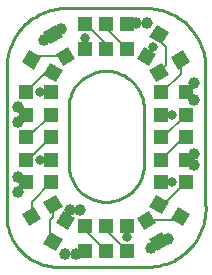
<source format=gtl>
G75*
%MOIN*%
%OFA0B0*%
%FSLAX24Y24*%
%IPPOS*%
%LPD*%
%AMOC8*
5,1,8,0,0,1.08239X$1,22.5*
%
%ADD10C,0.0100*%
%ADD11R,0.0472X0.0472*%
%ADD12R,0.0472X0.0472*%
%ADD13C,0.0397*%
%ADD14C,0.0060*%
%ADD15C,0.0317*%
D10*
X002329Y004017D02*
X002329Y008954D01*
X002325Y009041D01*
X002326Y009129D01*
X002330Y009216D01*
X002338Y009303D01*
X002349Y009390D01*
X002365Y009476D01*
X002384Y009561D01*
X002407Y009646D01*
X002433Y009729D01*
X002463Y009811D01*
X002497Y009892D01*
X002534Y009971D01*
X002575Y010048D01*
X002619Y010124D01*
X002666Y010197D01*
X002716Y010269D01*
X002770Y010338D01*
X002826Y010405D01*
X002886Y010469D01*
X002948Y010531D01*
X003012Y010590D01*
X003079Y010646D01*
X003149Y010699D01*
X003221Y010749D01*
X003295Y010795D01*
X003370Y010839D01*
X003448Y010879D01*
X003527Y010916D01*
X003608Y010949D01*
X003691Y010979D01*
X003774Y011005D01*
X003859Y011027D01*
X003944Y011046D01*
X004030Y011061D01*
X004117Y011072D01*
X004204Y011079D01*
X006892Y011079D01*
X006891Y011079D02*
X006979Y011080D01*
X007066Y011077D01*
X007153Y011070D01*
X007240Y011059D01*
X007326Y011045D01*
X007411Y011027D01*
X007496Y011005D01*
X007579Y010980D01*
X007662Y010951D01*
X007743Y010918D01*
X007822Y010882D01*
X007900Y010842D01*
X007976Y010799D01*
X008050Y010753D01*
X008122Y010704D01*
X008192Y010651D01*
X008259Y010596D01*
X008324Y010537D01*
X008386Y010476D01*
X008446Y010412D01*
X008503Y010346D01*
X008556Y010277D01*
X008607Y010206D01*
X008655Y010133D01*
X008699Y010058D01*
X008740Y009981D01*
X008778Y009902D01*
X008812Y009822D01*
X008843Y009740D01*
X008870Y009657D01*
X008893Y009573D01*
X008913Y009488D01*
X008929Y009402D01*
X008941Y009316D01*
X008949Y009229D01*
X008954Y009142D01*
X008954Y004517D01*
X008955Y004517D02*
X008959Y004430D01*
X008958Y004343D01*
X008954Y004256D01*
X008946Y004169D01*
X008934Y004083D01*
X008918Y003997D01*
X008899Y003912D01*
X008875Y003828D01*
X008848Y003745D01*
X008817Y003664D01*
X008783Y003584D01*
X008745Y003505D01*
X008703Y003429D01*
X008658Y003354D01*
X008610Y003281D01*
X008559Y003211D01*
X008504Y003143D01*
X008447Y003078D01*
X008386Y003015D01*
X008323Y002955D01*
X008257Y002898D01*
X008189Y002844D01*
X008118Y002792D01*
X008045Y002745D01*
X007971Y002700D01*
X007894Y002659D01*
X007815Y002622D01*
X007735Y002588D01*
X007653Y002557D01*
X007570Y002530D01*
X007486Y002507D01*
X007401Y002488D01*
X007315Y002473D01*
X007229Y002462D01*
X007142Y002454D01*
X007204Y002454D02*
X004204Y002454D01*
X004122Y002449D01*
X004040Y002447D01*
X003958Y002449D01*
X003876Y002456D01*
X003795Y002466D01*
X003714Y002480D01*
X003633Y002498D01*
X003554Y002519D01*
X003476Y002545D01*
X003399Y002574D01*
X003324Y002606D01*
X003250Y002642D01*
X003178Y002682D01*
X003108Y002725D01*
X003040Y002772D01*
X002975Y002821D01*
X002912Y002874D01*
X002851Y002929D01*
X002793Y002988D01*
X002738Y003049D01*
X002686Y003112D01*
X002638Y003178D01*
X002592Y003246D01*
X002549Y003317D01*
X002510Y003389D01*
X002475Y003463D01*
X002443Y003539D01*
X002414Y003616D01*
X002390Y003694D01*
X002369Y003774D01*
X002352Y003854D01*
X002338Y003935D01*
X002329Y004017D01*
X004392Y005767D02*
X004392Y007892D01*
X004403Y007961D01*
X004418Y008028D01*
X004437Y008095D01*
X004459Y008161D01*
X004485Y008225D01*
X004514Y008288D01*
X004547Y008349D01*
X004583Y008408D01*
X004623Y008465D01*
X004665Y008520D01*
X004710Y008572D01*
X004759Y008622D01*
X004810Y008669D01*
X004863Y008713D01*
X004919Y008754D01*
X004977Y008792D01*
X005037Y008827D01*
X005098Y008858D01*
X005162Y008886D01*
X005227Y008911D01*
X005293Y008932D01*
X005360Y008949D01*
X005428Y008962D01*
X005496Y008972D01*
X005566Y008978D01*
X005635Y008980D01*
X005704Y008978D01*
X005773Y008973D01*
X005842Y008963D01*
X005910Y008950D01*
X005977Y008933D01*
X006043Y008913D01*
X006108Y008889D01*
X006172Y008861D01*
X006234Y008830D01*
X006294Y008795D01*
X006352Y008758D01*
X006408Y008717D01*
X006462Y008673D01*
X006513Y008626D01*
X006561Y008577D01*
X006607Y008524D01*
X006650Y008470D01*
X006689Y008413D01*
X006726Y008354D01*
X006759Y008293D01*
X006789Y008231D01*
X006815Y008167D01*
X006838Y008101D01*
X006857Y008034D01*
X006872Y007967D01*
X006884Y007898D01*
X006891Y007830D01*
X006892Y007829D02*
X006892Y005704D01*
X006891Y005704D02*
X006880Y005635D01*
X006865Y005568D01*
X006846Y005501D01*
X006824Y005435D01*
X006798Y005371D01*
X006769Y005308D01*
X006736Y005247D01*
X006700Y005188D01*
X006660Y005131D01*
X006618Y005076D01*
X006573Y005024D01*
X006524Y004974D01*
X006473Y004927D01*
X006420Y004883D01*
X006364Y004842D01*
X006306Y004804D01*
X006246Y004769D01*
X006185Y004738D01*
X006121Y004710D01*
X006056Y004685D01*
X005990Y004664D01*
X005923Y004647D01*
X005855Y004634D01*
X005787Y004624D01*
X005717Y004618D01*
X005648Y004616D01*
X005579Y004618D01*
X005510Y004623D01*
X005441Y004633D01*
X005373Y004646D01*
X005306Y004663D01*
X005240Y004683D01*
X005175Y004707D01*
X005111Y004735D01*
X005049Y004766D01*
X004989Y004801D01*
X004931Y004838D01*
X004875Y004879D01*
X004821Y004923D01*
X004770Y004970D01*
X004722Y005019D01*
X004676Y005072D01*
X004633Y005126D01*
X004594Y005183D01*
X004557Y005242D01*
X004524Y005303D01*
X004494Y005365D01*
X004468Y005429D01*
X004445Y005495D01*
X004426Y005562D01*
X004411Y005629D01*
X004399Y005698D01*
X004392Y005766D01*
D11*
X003805Y006017D03*
X003805Y006767D03*
X003805Y007517D03*
X003805Y008267D03*
X002978Y008267D03*
X002978Y007517D03*
X002978Y006767D03*
X002978Y006017D03*
X002978Y005267D03*
X003805Y005267D03*
X004954Y003805D03*
X005642Y003805D03*
X006329Y003805D03*
X006329Y002978D03*
X005642Y002978D03*
X004954Y002978D03*
X007478Y005267D03*
X007478Y006017D03*
X007478Y006767D03*
X007478Y007517D03*
X007478Y008267D03*
X008305Y008267D03*
X008305Y007517D03*
X008305Y006767D03*
X008305Y006017D03*
X008305Y005267D03*
X006329Y009728D03*
X005642Y009728D03*
X004954Y009728D03*
X004954Y010555D03*
X005642Y010555D03*
X006329Y010555D03*
D12*
G36*
X007497Y009865D02*
X007089Y010101D01*
X007325Y010509D01*
X007733Y010273D01*
X007497Y009865D01*
G37*
G36*
X007083Y009149D02*
X006675Y009385D01*
X006911Y009793D01*
X007319Y009557D01*
X007083Y009149D01*
G37*
G36*
X007323Y008613D02*
X007087Y009021D01*
X007495Y009257D01*
X007731Y008849D01*
X007323Y008613D01*
G37*
G36*
X008039Y009026D02*
X007803Y009434D01*
X008211Y009670D01*
X008447Y009262D01*
X008039Y009026D01*
G37*
G36*
X004608Y009385D02*
X004200Y009149D01*
X003964Y009557D01*
X004372Y009793D01*
X004608Y009385D01*
G37*
G36*
X004197Y009021D02*
X003961Y008613D01*
X003553Y008849D01*
X003789Y009257D01*
X004197Y009021D01*
G37*
G36*
X003481Y009434D02*
X003245Y009026D01*
X002837Y009262D01*
X003073Y009670D01*
X003481Y009434D01*
G37*
G36*
X004194Y010101D02*
X003786Y009865D01*
X003550Y010273D01*
X003958Y010509D01*
X004194Y010101D01*
G37*
G36*
X003961Y004858D02*
X004197Y004450D01*
X003789Y004214D01*
X003553Y004622D01*
X003961Y004858D01*
G37*
G36*
X004200Y004322D02*
X004608Y004086D01*
X004372Y003678D01*
X003964Y003914D01*
X004200Y004322D01*
G37*
G36*
X003786Y003606D02*
X004194Y003370D01*
X003958Y002962D01*
X003550Y003198D01*
X003786Y003606D01*
G37*
G36*
X003245Y004444D02*
X003481Y004036D01*
X003073Y003800D01*
X002837Y004208D01*
X003245Y004444D01*
G37*
G36*
X006675Y004086D02*
X007083Y004322D01*
X007319Y003914D01*
X006911Y003678D01*
X006675Y004086D01*
G37*
G36*
X007087Y004450D02*
X007323Y004858D01*
X007731Y004622D01*
X007495Y004214D01*
X007087Y004450D01*
G37*
G36*
X007803Y004036D02*
X008039Y004444D01*
X008447Y004208D01*
X008211Y003800D01*
X007803Y004036D01*
G37*
G36*
X007089Y003370D02*
X007497Y003606D01*
X007733Y003198D01*
X007325Y002962D01*
X007089Y003370D01*
G37*
D13*
X007142Y003079D03*
X007704Y003392D03*
X008579Y005829D03*
X008579Y006204D03*
X008579Y008017D03*
X008579Y008579D03*
X007017Y010579D03*
X006642Y010579D03*
X004142Y010392D03*
X003579Y010017D03*
X002704Y007767D03*
X002704Y007267D03*
X002704Y005454D03*
X002704Y004954D03*
X004454Y004329D03*
X004767Y004329D03*
X004642Y002892D03*
X004267Y002892D03*
D14*
X004642Y002892D01*
X004728Y002978D01*
X004954Y002978D01*
X004954Y003666D02*
X005642Y002978D01*
X006329Y002978D02*
X005642Y003666D01*
X005642Y003805D01*
X004954Y003805D02*
X004954Y003666D01*
X004767Y004329D02*
X004454Y004329D01*
X004454Y004168D01*
X004286Y004000D01*
X003875Y004125D02*
X003767Y004017D01*
X003767Y003389D01*
X003872Y003284D01*
X003875Y004125D02*
X003875Y004536D01*
X003159Y004620D02*
X003805Y005267D01*
X003159Y004620D02*
X003159Y004122D01*
X002704Y004954D02*
X002704Y004993D01*
X002978Y005267D01*
X002791Y005454D01*
X002704Y005454D01*
X002978Y006017D02*
X003055Y006017D01*
X003805Y006767D01*
X003055Y006767D02*
X003805Y007517D01*
X003805Y008267D02*
X003454Y008267D01*
X002978Y008267D02*
X003647Y008935D01*
X003875Y008935D01*
X004286Y009471D02*
X003281Y009471D01*
X003159Y009348D01*
X003579Y010017D02*
X003702Y010017D01*
X003872Y010187D01*
X004077Y010392D01*
X004142Y010392D01*
X004954Y010416D02*
X005118Y010416D01*
X005642Y009892D01*
X005642Y009728D01*
X006329Y009728D02*
X005642Y010416D01*
X005642Y010555D01*
X004954Y010555D02*
X004954Y010416D01*
X004954Y010079D02*
X004954Y009728D01*
X006329Y010555D02*
X006353Y010579D01*
X006642Y010579D01*
X007017Y010579D01*
X007411Y010187D02*
X007411Y009997D01*
X007642Y009767D01*
X007642Y009168D01*
X007409Y008935D01*
X006997Y009471D02*
X006997Y009560D01*
X007204Y009767D01*
X008125Y009348D02*
X008142Y009331D01*
X008142Y008892D01*
X007517Y008267D01*
X007478Y008267D01*
X007478Y007517D02*
X007829Y007517D01*
X008305Y007517D02*
X007555Y006767D01*
X007478Y006767D01*
X008228Y006767D02*
X007478Y006017D01*
X007478Y005267D02*
X007829Y005267D01*
X008305Y005267D02*
X007574Y004536D01*
X007409Y004536D01*
X006997Y004000D02*
X008002Y004000D01*
X008125Y004122D01*
X007704Y003392D02*
X007519Y003392D01*
X007411Y003284D01*
X007206Y003079D01*
X007142Y003079D01*
X006329Y003454D02*
X006329Y003805D01*
X008493Y005829D02*
X008305Y006017D01*
X008493Y006204D01*
X008579Y006204D01*
X008579Y005829D02*
X008493Y005829D01*
X008305Y006767D02*
X008228Y006767D01*
X008555Y008017D02*
X008305Y008267D01*
X008579Y008541D01*
X008579Y008579D01*
X008579Y008017D02*
X008555Y008017D01*
X003805Y006017D02*
X003454Y006017D01*
X003055Y006767D02*
X002978Y006767D01*
X002728Y007267D02*
X002704Y007267D01*
X002728Y007267D02*
X002978Y007517D01*
X002728Y007767D01*
X002704Y007767D01*
D15*
X003454Y008267D03*
X004954Y010079D03*
X007204Y009767D03*
X007829Y007517D03*
X007829Y005267D03*
X006329Y003454D03*
X003454Y006017D03*
M02*

</source>
